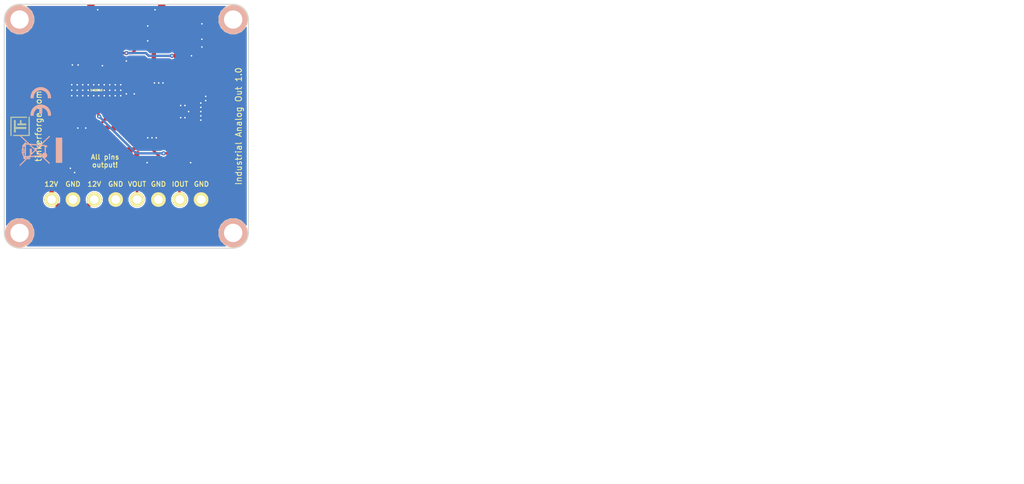
<source format=kicad_pcb>
(kicad_pcb (version 4) (host pcbnew 4.0.2+dfsg1-stable)
  (title_block (title "Industrial Analog Out") (date "Mi 01 Apr 2015") (rev 1.0) (company "Tinkerforge GmbH") (comment 1 "Copyright (©) 2015, B.Nordmeyer <bastian@tinkerforge.com>"))
  (layers (0 F.Cu signal) (31 B.Cu signal) (34 B.Paste user) (35 F.Paste user) (36 B.SilkS user) (37 F.SilkS user) (38 B.Mask user) (39 F.Mask user) (44 Edge.Cuts user))
  (net 0 "")
  (net 1 3V3)
  (net 2 GND)
  (net 3 +5V)
  (net 4 "Net-(P1-Pad4)")
  (net 5 "Net-(P1-Pad5)")
  (net 6 "Net-(P1-Pad6)")
  (net 7 "Net-(P1-Pad7)")
  (net 8 "Net-(P1-Pad8)")
  (net 9 "Net-(P1-Pad9)")
  (net 10 "Net-(P1-Pad10)")
  (net 11 +12V)
  (net 12 "Net-(D2-Pad3)")
  (net 13 "Net-(D3-Pad3)")
  (net 14 "Net-(D4-Pad1)")
  (net 15 "Net-(R4-Pad2)")
  (net 16 "Net-(R5-Pad1)")
  (net 17 "Net-(R6-Pad2)")
  (net 18 "Net-(R8-Pad2)")
  (net 19 "Net-(D1-Pad1)")
  (net 20 "Net-(R1-Pad2)")
  (net 21 "Net-(C2-Pad2)")
  (net 22 "Net-(C4-Pad1)")
  (net 23 "Net-(C4-Pad2)")
  (net 24 "Net-(C8-Pad1)")
  (net 25 "Net-(C11-Pad1)")
  (net 26 "Net-(C11-Pad2)")
  (net 27 "Net-(L4-Pad2)")
  (net 28 "Net-(U2-Pad7)")
  (net 29 "Net-(U3-Pad18)")
  (net 30 "Net-(U3-Pad20)")
  (module tinkerforge:Fiducial_Mark (layer F.Cu) (at 117.1 112.5)
    (fp_text reference Fiducial_Mark hide)
    (fp_text value VAL** hide)
    (pad 1 smd circle (at 0 0) (size 1.00076 1.00076) (layers F.Cu F.Mask) (clearance 0.65024))
  )
  (module tinkerforge:Fiducial_Mark (layer F.Cu) (at 154.1 87.5)
    (fp_text reference Fiducial_Mark hide)
    (fp_text value VAL** hide)
    (pad 1 smd circle (at 0 0) (size 1.00076 1.00076) (layers F.Cu F.Mask) (clearance 0.65024))
  )
  (module tinkerforge:Fiducial_Mark (layer F.Cu) (at 117.1 87.5)
    (fp_text reference Fiducial_Mark hide)
    (fp_text value VAL** hide)
    (pad 1 smd circle (at 0 0) (size 1.00076 1.00076) (layers F.Cu F.Mask) (clearance 0.65024))
  )
  (module logo:Logo_31x31 (layer F.Cu) (at 116.6 101.6 90)
    (fp_text reference G*** hide)
    (fp_text value Logo_31x31 hide)
  )
  (module kicad-libraries:CON-SENSOR (layer F.Cu) (at 135.6 80 180)
    (fp_text reference P1)
    (fp_text value CON-SENSOR)
    (pad 1 smd rect (at -4.50088 -4.7752 180) (size 0.59944 1.5494) (layers F.Cu F.Paste F.Mask) (net 3 +5V))
    (pad 2 smd rect (at -3.50012 -4.7752 180) (size 0.59944 1.5494) (layers F.Cu F.Paste F.Mask) (net 2 GND))
    (pad 3 smd rect (at -2.49936 -4.7752 180) (size 0.59944 1.5494) (layers F.Cu F.Paste F.Mask) (net 1 3V3))
    (pad 4 smd rect (at -1.50114 -4.7752 180) (size 0.59944 1.5494) (layers F.Cu F.Paste F.Mask) (net 4 "Net-(P1-Pad4)"))
    (pad 5 smd rect (at -0.50038 -4.7752 180) (size 0.59944 1.5494) (layers F.Cu F.Paste F.Mask) (net 5 "Net-(P1-Pad5)"))
    (pad 6 smd rect (at 0.50038 -4.7752 180) (size 0.59944 1.5494) (layers F.Cu F.Paste F.Mask) (net 6 "Net-(P1-Pad6)"))
    (pad 7 smd rect (at 1.50114 -4.7752 180) (size 0.59944 1.5494) (layers F.Cu F.Paste F.Mask) (net 7 "Net-(P1-Pad7)"))
    (pad 8 smd rect (at 2.49936 -4.7752 180) (size 0.59944 1.5494) (layers F.Cu F.Paste F.Mask) (net 8 "Net-(P1-Pad8)"))
    (pad 9 smd rect (at 3.50012 -4.7752 180) (size 0.59944 1.5494) (layers F.Cu F.Paste F.Mask) (net 9 "Net-(P1-Pad9)"))
    (pad 10 smd rect (at 4.50088 -4.7752 180) (size 0.59944 1.5494) (layers F.Cu F.Paste F.Mask) (net 10 "Net-(P1-Pad10)"))
    (pad EP smd rect (at -5.79882 -0.89916 180) (size 1.19888 1.80086) (layers F.Cu F.Paste F.Mask) (net 2 GND))
    (pad EP smd rect (at 5.79882 -0.89916 180) (size 1.19888 1.80086) (layers F.Cu F.Paste F.Mask) (net 2 GND))
  )
  (module kicad-libraries:R0603 (layer F.Cu) (at 143.4 104.45 180)
    (fp_text reference R8)
    (fp_text value 10)
    (pad 1 smd rect (at -0.8001 0 180) (size 0.8001 0.8001) (layers F.Cu F.Paste F.Mask) (net 13 "Net-(D3-Pad3)"))
    (pad 2 smd rect (at 0.8001 0 180) (size 0.8001 0.8001) (layers F.Cu F.Paste F.Mask) (net 18 "Net-(R8-Pad2)"))
  )
  (module kicad-libraries:R0603 (layer F.Cu) (at 132.3 99.5 90)
    (fp_text reference R7)
    (fp_text value 15)
    (pad 1 smd rect (at -0.8001 0 90) (size 0.8001 0.8001) (layers F.Cu F.Paste F.Mask) (net 27 "Net-(L4-Pad2)"))
    (pad 2 smd rect (at 0.8001 0 90) (size 0.8001 0.8001) (layers F.Cu F.Paste F.Mask) (net 25 "Net-(C11-Pad1)"))
  )
  (module kicad-libraries:R0603 (layer F.Cu) (at 133.6 99.5 90)
    (fp_text reference R6)
    (fp_text value 15)
    (pad 1 smd rect (at -0.8001 0 90) (size 0.8001 0.8001) (layers F.Cu F.Paste F.Mask) (net 27 "Net-(L4-Pad2)"))
    (pad 2 smd rect (at 0.8001 0 90) (size 0.8001 0.8001) (layers F.Cu F.Paste F.Mask) (net 17 "Net-(R6-Pad2)"))
  )
  (module kicad-libraries:R0603 (layer F.Cu) (at 127 99.5 270)
    (fp_text reference R5)
    (fp_text value DNP)
    (pad 1 smd rect (at -0.8001 0 270) (size 0.8001 0.8001) (layers F.Cu F.Paste F.Mask) (net 16 "Net-(R5-Pad1)"))
    (pad 2 smd rect (at 0.8001 0 270) (size 0.8001 0.8001) (layers F.Cu F.Paste F.Mask) (net 2 GND))
  )
  (module kicad-libraries:R0603 (layer F.Cu) (at 133.9 88 180)
    (fp_text reference R4)
    (fp_text value 10k)
    (pad 1 smd rect (at -0.8001 0 180) (size 0.8001 0.8001) (layers F.Cu F.Paste F.Mask) (net 1 3V3))
    (pad 2 smd rect (at 0.8001 0 180) (size 0.8001 0.8001) (layers F.Cu F.Paste F.Mask) (net 15 "Net-(R4-Pad2)"))
  )
  (module kicad-libraries:R0603 (layer F.Cu) (at 144.5 101.2)
    (fp_text reference R3)
    (fp_text value 118k)
    (pad 1 smd rect (at -0.8001 0) (size 0.8001 0.8001) (layers F.Cu F.Paste F.Mask) (net 22 "Net-(C4-Pad1)"))
    (pad 2 smd rect (at 0.8001 0) (size 0.8001 0.8001) (layers F.Cu F.Paste F.Mask) (net 23 "Net-(C4-Pad2)"))
  )
  (module kicad-libraries:R0603 (layer F.Cu) (at 147.4 99.9)
    (fp_text reference R2)
    (fp_text value 13.3k)
    (pad 1 smd rect (at -0.8001 0) (size 0.8001 0.8001) (layers F.Cu F.Paste F.Mask) (net 23 "Net-(C4-Pad2)"))
    (pad 2 smd rect (at 0.8001 0) (size 0.8001 0.8001) (layers F.Cu F.Paste F.Mask) (net 2 GND))
  )
  (module kicad-libraries:R0603 (layer F.Cu) (at 150.4 97.6 270)
    (fp_text reference R1)
    (fp_text value 1M)
    (pad 1 smd rect (at -0.8001 0 270) (size 0.8001 0.8001) (layers F.Cu F.Paste F.Mask) (net 21 "Net-(C2-Pad2)"))
    (pad 2 smd rect (at 0.8001 0 270) (size 0.8001 0.8001) (layers F.Cu F.Paste F.Mask) (net 20 "Net-(R1-Pad2)"))
  )
  (module kicad-libraries:C0603 (layer F.Cu) (at 137.3 103.7 90)
    (fp_text reference L4)
    (fp_text value FB)
    (pad 1 smd rect (at -0.8001 0 90) (size 0.8001 0.8001) (layers F.Cu F.Paste F.Mask) (net 12 "Net-(D2-Pad3)"))
    (pad 2 smd rect (at 0.8001 0 90) (size 0.8001 0.8001) (layers F.Cu F.Paste F.Mask) (net 27 "Net-(L4-Pad2)"))
  )
  (module kicad-libraries:C0603 (layer F.Cu) (at 140.6 97.6)
    (fp_text reference L3)
    (fp_text value FB)
    (pad 1 smd rect (at -0.8001 0) (size 0.8001 0.8001) (layers F.Cu F.Paste F.Mask) (net 11 +12V))
    (pad 2 smd rect (at 0.8001 0) (size 0.8001 0.8001) (layers F.Cu F.Paste F.Mask) (net 22 "Net-(C4-Pad1)"))
  )
  (module kicad-libraries:C0603 (layer F.Cu) (at 143.2 90.1 180)
    (fp_text reference L1)
    (fp_text value FB)
    (pad 1 smd rect (at -0.8001 0 180) (size 0.8001 0.8001) (layers F.Cu F.Paste F.Mask) (net 21 "Net-(C2-Pad2)"))
    (pad 2 smd rect (at 0.8001 0 180) (size 0.8001 0.8001) (layers F.Cu F.Paste F.Mask) (net 3 +5V))
  )
  (module kicad-libraries:C0603 (layer F.Cu) (at 130 99.5 90)
    (fp_text reference C11)
    (fp_text value 1nF)
    (pad 1 smd rect (at -0.8001 0 90) (size 0.8001 0.8001) (layers F.Cu F.Paste F.Mask) (net 25 "Net-(C11-Pad1)"))
    (pad 2 smd rect (at 0.8001 0 90) (size 0.8001 0.8001) (layers F.Cu F.Paste F.Mask) (net 26 "Net-(C11-Pad2)"))
  )
  (module kicad-libraries:C0603 (layer F.Cu) (at 135.6 96.3 270)
    (fp_text reference C10)
    (fp_text value 100pF)
    (pad 1 smd rect (at -0.8001 0 270) (size 0.8001 0.8001) (layers F.Cu F.Paste F.Mask) (net 2 GND))
    (pad 2 smd rect (at 0.8001 0 270) (size 0.8001 0.8001) (layers F.Cu F.Paste F.Mask) (net 11 +12V))
  )
  (module kicad-libraries:C0603 (layer F.Cu) (at 136.9 96.3 270)
    (fp_text reference C9)
    (fp_text value 100nF)
    (pad 1 smd rect (at -0.8001 0 270) (size 0.8001 0.8001) (layers F.Cu F.Paste F.Mask) (net 2 GND))
    (pad 2 smd rect (at 0.8001 0 270) (size 0.8001 0.8001) (layers F.Cu F.Paste F.Mask) (net 11 +12V))
  )
  (module kicad-libraries:C0603 (layer F.Cu) (at 128.3 99.5 270)
    (fp_text reference C8)
    (fp_text value 100nF)
    (pad 1 smd rect (at -0.8001 0 270) (size 0.8001 0.8001) (layers F.Cu F.Paste F.Mask) (net 24 "Net-(C8-Pad1)"))
    (pad 2 smd rect (at 0.8001 0 270) (size 0.8001 0.8001) (layers F.Cu F.Paste F.Mask) (net 2 GND))
  )
  (module kicad-libraries:C0805 (layer F.Cu) (at 139.8 100.1 90)
    (fp_text reference C7)
    (fp_text value 4.7µF)
    (pad 1 smd rect (at -1.00076 0 90) (size 1.00076 1.24968) (layers F.Cu F.Paste F.Mask) (net 2 GND) (clearance 0.14986))
    (pad 2 smd rect (at 1.00076 0 90) (size 1.00076 1.24968) (layers F.Cu F.Paste F.Mask) (net 11 +12V) (clearance 0.14986))
  )
  (module kicad-libraries:C0603 (layer F.Cu) (at 133.9 89.3)
    (fp_text reference C6)
    (fp_text value 100nF)
    (pad 1 smd rect (at -0.8001 0) (size 0.8001 0.8001) (layers F.Cu F.Paste F.Mask) (net 1 3V3))
    (pad 2 smd rect (at 0.8001 0) (size 0.8001 0.8001) (layers F.Cu F.Paste F.Mask) (net 2 GND))
  )
  (module kicad-libraries:C0805 (layer F.Cu) (at 143.9 97.6 180)
    (fp_text reference C5)
    (fp_text value 4.7µF)
    (pad 1 smd rect (at -1.00076 0 180) (size 1.00076 1.24968) (layers F.Cu F.Paste F.Mask) (net 2 GND) (clearance 0.14986))
    (pad 2 smd rect (at 1.00076 0 180) (size 1.00076 1.24968) (layers F.Cu F.Paste F.Mask) (net 22 "Net-(C4-Pad1)") (clearance 0.14986))
  )
  (module kicad-libraries:C0603 (layer F.Cu) (at 144.5 99.9)
    (fp_text reference C4)
    (fp_text value 270pF)
    (pad 1 smd rect (at -0.8001 0) (size 0.8001 0.8001) (layers F.Cu F.Paste F.Mask) (net 22 "Net-(C4-Pad1)"))
    (pad 2 smd rect (at 0.8001 0) (size 0.8001 0.8001) (layers F.Cu F.Paste F.Mask) (net 23 "Net-(C4-Pad2)"))
  )
  (module kicad-libraries:C0603 (layer F.Cu) (at 144.6 88.4)
    (fp_text reference C3)
    (fp_text value 100nF)
    (pad 1 smd rect (at -0.8001 0) (size 0.8001 0.8001) (layers F.Cu F.Paste F.Mask) (net 1 3V3))
    (pad 2 smd rect (at 0.8001 0) (size 0.8001 0.8001) (layers F.Cu F.Paste F.Mask) (net 2 GND))
  )
  (module kicad-libraries:C0805 (layer F.Cu) (at 148.8 95.1)
    (fp_text reference C2)
    (fp_text value 4.7µF)
    (pad 1 smd rect (at -1.00076 0) (size 1.00076 1.24968) (layers F.Cu F.Paste F.Mask) (net 2 GND) (clearance 0.14986))
    (pad 2 smd rect (at 1.00076 0) (size 1.00076 1.24968) (layers F.Cu F.Paste F.Mask) (net 21 "Net-(C2-Pad2)") (clearance 0.14986))
  )
  (module kicad-libraries:C0805 (layer F.Cu) (at 140.9 91.1 90)
    (fp_text reference C1)
    (fp_text value 4.7µF)
    (pad 1 smd rect (at -1.00076 0 90) (size 1.00076 1.24968) (layers F.Cu F.Paste F.Mask) (net 2 GND) (clearance 0.14986))
    (pad 2 smd rect (at 1.00076 0 90) (size 1.00076 1.24968) (layers F.Cu F.Paste F.Mask) (net 3 +5V) (clearance 0.14986))
  )
  (module kicad-libraries:SOT23-5 (layer F.Cu) (at 147.8 97.6 270)
    (fp_text reference U1)
    (fp_text value LMR62014X)
    (pad 1 smd rect (at -0.94996 1.19888 270) (size 0.50038 0.8001) (layers F.Cu F.Paste F.Mask) (net 19 "Net-(D1-Pad1)"))
    (pad 2 smd rect (at 0 1.19888 270) (size 0.50038 0.8001) (layers F.Cu F.Paste F.Mask) (net 2 GND))
    (pad 3 smd rect (at 0.94996 1.19888 270) (size 0.50038 0.8001) (layers F.Cu F.Paste F.Mask) (net 23 "Net-(C4-Pad2)"))
    (pad 5 smd rect (at -0.94996 -1.19888 270) (size 0.50038 0.8001) (layers F.Cu F.Paste F.Mask) (net 21 "Net-(C2-Pad2)"))
    (pad 4 smd rect (at 0.94996 -1.19888 270) (size 0.50038 0.8001) (layers F.Cu F.Paste F.Mask) (net 20 "Net-(R1-Pad2)"))
  )
  (module kicad-libraries:CE_5mm (layer B.Cu) (at 121.575 95.975 270)
    (fp_text reference VAL hide)
    (fp_text value CE_5mm hide)
  )
  (module kicad-libraries:WEEE_7mm_back (layer B.Cu) (at 121.575 103.975 90)
    (fp_text reference VAL hide)
    (fp_text value WEEE_7mm_back hide)
  )
  (module kicad-libraries:DRILL_NP (layer F.Cu) (at 118.1 82.5)
    (fp_text reference U7 hide)
    (fp_text value DRILL hide)
    (pad "" np_thru_hole circle (at 0 0) (size 2.99974 2.99974) (drill 2.99974) (layers *.Cu *.Mask F.SilkS) (clearance 0.89916))
  )
  (module kicad-libraries:DRILL_NP (layer F.Cu) (at 153.1 82.5)
    (fp_text reference U6 hide)
    (fp_text value DRILL hide)
    (pad "" np_thru_hole circle (at 0 0) (size 2.99974 2.99974) (drill 2.99974) (layers *.Cu *.Mask F.SilkS) (clearance 0.89916))
  )
  (module kicad-libraries:DRILL_NP (layer F.Cu) (at 153.1 117.5)
    (fp_text reference U5 hide)
    (fp_text value DRILL hide)
    (pad "" np_thru_hole circle (at 0 0) (size 2.99974 2.99974) (drill 2.99974) (layers *.Cu *.Mask F.SilkS) (clearance 0.89916))
  )
  (module kicad-libraries:DRILL_NP (layer F.Cu) (at 118.1 117.5)
    (fp_text reference U4 hide)
    (fp_text value DRILL hide)
    (pad "" np_thru_hole circle (at 0 0) (size 2.99974 2.99974) (drill 2.99974) (layers *.Cu *.Mask F.SilkS) (clearance 0.89916))
  )
  (module kicad-libraries:SOIC8 (layer F.Cu) (at 146.5 85.1 90)
    (fp_text reference U2)
    (fp_text value M24C64)
    (pad 1 smd rect (at -1.90246 2.69748 270) (size 0.59944 1.5494) (layers F.Cu F.Paste F.Mask) (net 2 GND))
    (pad 2 smd rect (at -0.63246 2.69748 270) (size 0.59944 1.5494) (layers F.Cu F.Paste F.Mask) (net 2 GND))
    (pad 3 smd rect (at 0.63246 2.69748 270) (size 0.59944 1.5494) (layers F.Cu F.Paste F.Mask) (net 6 "Net-(P1-Pad6)"))
    (pad 4 smd rect (at 1.90246 2.69748 270) (size 0.59944 1.5494) (layers F.Cu F.Paste F.Mask) (net 2 GND))
    (pad 5 smd rect (at 1.90246 -2.69748 90) (size 0.59944 1.5494) (layers F.Cu F.Paste F.Mask) (net 5 "Net-(P1-Pad5)"))
    (pad 6 smd rect (at 0.63246 -2.69748 90) (size 0.59944 1.5494) (layers F.Cu F.Paste F.Mask) (net 4 "Net-(P1-Pad4)"))
    (pad 7 smd rect (at -0.63246 -2.69748 90) (size 0.59944 1.5494) (layers F.Cu F.Paste F.Mask) (net 28 "Net-(U2-Pad7)"))
    (pad 8 smd rect (at -1.90246 -2.69748 90) (size 0.59944 1.5494) (layers F.Cu F.Paste F.Mask) (net 1 3V3))
  )
  (module kicad-libraries:OQ_8P (layer F.Cu) (at 135.6 112.025)
    (fp_text reference P2)
    (fp_text value CONN_8)
    (pad 2 thru_hole circle (at -8.7503 0) (size 2.4003 2.4003) (drill 1.39954) (layers *.Cu *.Mask F.SilkS) (net 2 GND))
    (pad 3 thru_hole circle (at -5.25018 0) (size 2.4003 2.4003) (drill 1.39954) (layers *.Cu *.Mask F.SilkS) (net 14 "Net-(D4-Pad1)"))
    (pad 4 thru_hole circle (at -1.75006 0) (size 2.4003 2.4003) (drill 1.39954) (layers *.Cu *.Mask F.SilkS) (net 2 GND))
    (pad 1 thru_hole circle (at -12.25042 0) (size 2.4003 2.4003) (drill 1.39954) (layers *.Cu *.Mask F.SilkS) (net 14 "Net-(D4-Pad1)"))
    (pad 5 thru_hole circle (at 1.75006 0) (size 2.4003 2.4003) (drill 1.39954) (layers *.Cu *.Mask F.SilkS) (net 12 "Net-(D2-Pad3)"))
    (pad 6 thru_hole circle (at 5.25018 0) (size 2.4003 2.4003) (drill 1.39954) (layers *.Cu *.Mask F.SilkS) (net 2 GND))
    (pad 7 thru_hole circle (at 8.7503 0) (size 2.4003 2.4003) (drill 1.39954) (layers *.Cu *.Mask F.SilkS) (net 13 "Net-(D3-Pad3)"))
    (pad 8 thru_hole circle (at 12.25042 0) (size 2.4003 2.4003) (drill 1.39954) (layers *.Cu *.Mask F.SilkS) (net 2 GND))
  )
  (module kicad-libraries:SOD-323 (layer F.Cu) (at 125.1 107.6)
    (fp_text reference D4)
    (fp_text value CDSOD323-T15SC)
    (pad 1 smd rect (at -1.3208 0) (size 0.762 0.6858) (layers F.Cu F.Paste F.Mask) (net 14 "Net-(D4-Pad1)"))
    (pad 2 smd rect (at 1.3208 0) (size 0.762 0.6858) (layers F.Cu F.Paste F.Mask) (net 2 GND))
  )
  (module kicad-libraries:SOD-123 (layer F.Cu) (at 144.3 95 180)
    (fp_text reference D1)
    (fp_text value B0520LW)
    (pad 1 smd rect (at -1.84912 0 180) (size 1.19888 0.70104) (layers F.Cu F.Paste F.Mask) (net 19 "Net-(D1-Pad1)") (clearance 0.14986))
    (pad 2 smd rect (at 1.84912 0 180) (size 1.19888 0.70104) (layers F.Cu F.Paste F.Mask) (net 22 "Net-(C4-Pad1)") (clearance 0.14986))
  )
  (module kicad-libraries:SOT23-3 (layer F.Cu) (at 137.3 107)
    (fp_text reference D2)
    (fp_text value DESD1P0RFW)
    (pad 1 smd rect (at 0.889 -1.016) (size 0.9144 0.9144) (layers F.Cu F.Paste F.Mask) (net 2 GND))
    (pad 2 smd rect (at -0.889 -1.016) (size 0.9144 0.9144) (layers F.Cu F.Paste F.Mask) (net 11 +12V))
    (pad 3 smd rect (at 0 1.00076) (size 0.9144 0.9144) (layers F.Cu F.Paste F.Mask) (net 12 "Net-(D2-Pad3)"))
  )
  (module kicad-libraries:SOT23-3 (layer F.Cu) (at 144.3 107)
    (fp_text reference D3)
    (fp_text value DESD1P0RFW)
    (pad 1 smd rect (at 0.889 -1.016) (size 0.9144 0.9144) (layers F.Cu F.Paste F.Mask) (net 2 GND))
    (pad 2 smd rect (at -0.889 -1.016) (size 0.9144 0.9144) (layers F.Cu F.Paste F.Mask) (net 11 +12V))
    (pad 3 smd rect (at 0 1.00076) (size 0.9144 0.9144) (layers F.Cu F.Paste F.Mask) (net 13 "Net-(D3-Pad3)"))
  )
  (module kicad-libraries:C1206 (layer F.Cu) (at 125.275 105.025 180)
    (fp_text reference F1)
    (fp_text value OZCJ0035FF2G)
    (pad 1 smd rect (at -1.50114 0 180) (size 1.00076 1.6002) (layers F.Cu F.Paste F.Mask) (net 11 +12V))
    (pad 2 smd rect (at 1.50114 0 180) (size 1.00076 1.6002) (layers F.Cu F.Paste F.Mask) (net 14 "Net-(D4-Pad1)"))
  )
  (module kicad-libraries:TSSOP24-44-PWR (layer F.Cu) (at 130.7 94.1 180)
    (fp_text reference U3 (at 0 0 180) (layer F.SilkS) (effects (font (size 0.29972 0.29972) (thickness 0.0762))))
    (fp_text value DACX760 (at 0 0 180) (layer F.SilkS) (effects (font (size 0.29972 0.29972) (thickness 0.07493))))
    (pad 1 smd rect (at -3.57378 2.92354) (size 0.39878 1.34874) (layers F.Cu F.Paste F.Mask) (net 2 GND))
    (pad 2 smd rect (at -2.92354 2.92354) (size 0.39878 1.34874) (layers F.Cu F.Paste F.Mask) (net 1 3V3))
    (pad 3 smd rect (at -2.2733 2.92354) (size 0.39878 1.34874) (layers F.Cu F.Paste F.Mask) (net 15 "Net-(R4-Pad2)"))
    (pad 4 smd rect (at -1.62306 2.92354) (size 0.39878 1.34874) (layers F.Cu F.Paste F.Mask) (net 2 GND))
    (pad 5 smd rect (at -0.97282 2.92354) (size 0.39878 1.34874) (layers F.Cu F.Paste F.Mask) (net 2 GND))
    (pad 6 smd rect (at -0.32258 2.92354) (size 0.39878 1.34874) (layers F.Cu F.Paste F.Mask) (net 2 GND))
    (pad 7 smd rect (at 0.32258 2.92354) (size 0.39878 1.34874) (layers F.Cu F.Paste F.Mask) (net 7 "Net-(P1-Pad7)"))
    (pad 8 smd rect (at 0.97282 2.92354) (size 0.39878 1.34874) (layers F.Cu F.Paste F.Mask) (net 8 "Net-(P1-Pad8)"))
    (pad 9 smd rect (at 1.62306 2.92354) (size 0.39878 1.34874) (layers F.Cu F.Paste F.Mask) (net 9 "Net-(P1-Pad9)"))
    (pad 10 smd rect (at 2.2733 2.92354) (size 0.39878 1.34874) (layers F.Cu F.Paste F.Mask) (net 10 "Net-(P1-Pad10)"))
    (pad 11 smd rect (at 2.92354 2.92354) (size 0.39878 1.34874) (layers F.Cu F.Paste F.Mask) (net 2 GND))
    (pad 12 smd rect (at 3.57378 2.92354) (size 0.39878 1.34874) (layers F.Cu F.Paste F.Mask) (net 2 GND))
    (pad 13 smd rect (at 3.57378 -2.92354 180) (size 0.39878 1.34874) (layers F.Cu F.Paste F.Mask) (net 16 "Net-(R5-Pad1)"))
    (pad 14 smd rect (at 2.92354 -2.92354 180) (size 0.39878 1.34874) (layers F.Cu F.Paste F.Mask) (net 24 "Net-(C8-Pad1)"))
    (pad 15 smd rect (at 2.2733 -2.92354 180) (size 0.39878 1.34874) (layers F.Cu F.Paste F.Mask) (net 24 "Net-(C8-Pad1)"))
    (pad 16 smd rect (at 1.62306 -2.92354 180) (size 0.39878 1.34874) (layers F.Cu F.Paste F.Mask) (net 2 GND))
    (pad 17 smd rect (at 0.97282 -2.92354 180) (size 0.39878 1.34874) (layers F.Cu F.Paste F.Mask) (net 26 "Net-(C11-Pad2)"))
    (pad 18 smd rect (at 0.32258 -2.92354 180) (size 0.39878 1.34874) (layers F.Cu F.Paste F.Mask) (net 29 "Net-(U3-Pad18)"))
    (pad 19 smd rect (at -0.32258 -2.92354 180) (size 0.39878 1.34874) (layers F.Cu F.Paste F.Mask) (net 18 "Net-(R8-Pad2)"))
    (pad 20 smd rect (at -0.97282 -2.92354 180) (size 0.39878 1.34874) (layers F.Cu F.Paste F.Mask) (net 30 "Net-(U3-Pad20)"))
    (pad 21 smd rect (at -1.62306 -2.92354 180) (size 0.39878 1.34874) (layers F.Cu F.Paste F.Mask) (net 25 "Net-(C11-Pad1)"))
    (pad 22 smd rect (at -2.2733 -2.92354 180) (size 0.39878 1.34874) (layers F.Cu F.Paste F.Mask) (net 17 "Net-(R6-Pad2)"))
    (pad 23 smd rect (at -2.92354 -2.92354 180) (size 0.39878 1.34874) (layers F.Cu F.Paste F.Mask) (net 2 GND))
    (pad 24 smd rect (at -3.57378 -2.92354 180) (size 0.39878 1.34874) (layers F.Cu F.Paste F.Mask) (net 11 +12V))
    (pad 1 smd rect (at 0 0 180) (size 5.26 3.2) (layers F.Cu F.Paste F.Mask) (net 2 GND))
  )
  (module kicad-libraries:NR3030 (layer F.Cu) (at 147.8 92.5)
    (fp_text reference L2)
    (fp_text value 10µH)
    (pad 1 smd rect (at -1.19982 0) (size 1 2.70002) (layers F.Cu F.Paste F.Mask) (net 19 "Net-(D1-Pad1)") (clearance 0.14986))
    (pad 2 smd rect (at 1.19982 0) (size 1 2.70002) (layers F.Cu F.Paste F.Mask) (net 21 "Net-(C2-Pad2)") (clearance 0.14986))
  )
  (gr_text "All pins\noutput!" (at 132.1 105.7) (layer F.SilkS) (effects (font (size 0.8 0.8))))
  (gr_text "Industrial Analog Out 1.0" (at 154 100 90) (layer F.SilkS) (effects (font (size 1 1))))
  (gr_text tinkerforge.com (at 121.2 100 90) (layer F.SilkS) (effects (font (size 1 1))))
  (gr_text VOUT (at 137.35 109.5) (layer F.SilkS) (effects (font (size 0.8 0.8))))
  (gr_text GND (at 133.85 109.5) (layer F.SilkS) (effects (font (size 0.8 0.8))))
  (gr_text IOUT (at 144.4 109.5) (layer F.SilkS) (effects (font (size 0.8 0.8))))
  (gr_text GND (at 147.9 109.5) (layer F.SilkS) (effects (font (size 0.8 0.8))))
  (gr_text GND (at 140.85 109.5) (layer F.SilkS) (effects (font (size 0.8 0.8))))
  (gr_text 12V (at 130.35 109.5) (layer F.SilkS) (effects (font (size 0.8 0.8))))
  (gr_text GND (at 126.85 109.5) (layer F.SilkS) (effects (font (size 0.8 0.8))))
  (gr_text 12V (at 123.3 109.5) (layer F.SilkS) (effects (font (size 0.8 0.8))))
  (gr_line (start 155.6 117.5) (end 155.6 82.5) (angle 90) (layer Edge.Cuts) (width 0.15))
  (gr_line (start 118.1 120) (end 153.1 120) (angle 90) (layer Edge.Cuts) (width 0.15))
  (gr_line (start 115.6 82.5) (end 115.6 117.5) (angle 90) (layer Edge.Cuts) (width 0.15))
  (gr_line (start 153.1 80) (end 118.1 80) (angle 90) (layer Edge.Cuts) (width 0.15))
  (gr_arc (start 153.1 82.5) (end 153.1 80) (angle 90) (layer Edge.Cuts) (width 0.15))
  (gr_arc (start 118.1 82.5) (end 115.6 82.5) (angle 90) (layer Edge.Cuts) (width 0.15))
  (gr_arc (start 118.1 117.5) (end 118.1 120) (angle 90) (layer Edge.Cuts) (width 0.15))
  (gr_arc (start 153.1 117.5) (end 155.6 117.5) (angle 90) (layer Edge.Cuts) (width 0.15))
  (segment (start 133.62354 89.82364) (end 133.0999 89.3) (width 0.4) (layer F.Cu) (net 1))
  (segment (start 133.35 89.3) (end 133.0999 89.3) (width 0.4) (layer F.Cu) (net 1))
  (segment (start 134.65 88) (end 133.35 89.3) (width 0.4) (layer F.Cu) (net 1))
  (segment (start 143.8249 88.45) (end 143.075 88.45) (width 0.4) (layer F.Cu) (net 1))
  (segment (start 143.8249 88.45) (end 143.8249 87.02484) (width 0.4) (layer F.Cu) (net 1))
  (via (at 143.075 88.45) (size 0.7) (layers F.Cu B.Cu) (net 1))
  (segment (start 143.075 88.45) (end 139.25 88.45) (width 0.4) (layer B.Cu) (net 1))
  (segment (start 133.62354 91.17646) (end 133.62354 89.82364) (width 0.4) (layer F.Cu) (net 1))
  (segment (start 134.7001 88) (end 134.65 88) (width 0.4) (layer F.Cu) (net 1))
  (segment (start 135.6 88) (end 134.7001 88) (width 0.4) (layer F.Cu) (net 1))
  (segment (start 136.55 88) (end 135.6 88) (width 0.4) (layer F.Cu) (net 1))
  (segment (start 138.09936 86.45064) (end 136.55 88) (width 0.4) (layer F.Cu) (net 1))
  (segment (start 138.09936 84.7752) (end 138.09936 86.45064) (width 0.4) (layer F.Cu) (net 1))
  (segment (start 143.8249 87.02484) (end 143.80252 87.00246) (width 0.4) (layer F.Cu) (net 1))
  (segment (start 139.25 88.45) (end 138.8 88) (width 0.4) (layer B.Cu) (net 1))
  (segment (start 138.8 88) (end 135.6 88) (width 0.4) (layer B.Cu) (net 1))
  (via (at 135.6 88) (size 0.7) (layers F.Cu B.Cu) (net 1))
  (segment (start 136.9 94.7) (end 136.9 95.4999) (width 0.4) (layer F.Cu) (net 2))
  (segment (start 128.9499 100.3001) (end 128.3 100.3001) (width 0.4) (layer F.Cu) (net 2))
  (segment (start 128.3 100.3001) (end 127.6501 100.3001) (width 0.4) (layer F.Cu) (net 2))
  (segment (start 134.27378 89.72632) (end 134.7001 89.3) (width 0.4) (layer F.Cu) (net 2))
  (segment (start 134.7001 89.3) (end 135.6 89.3) (width 0.4) (layer F.Cu) (net 2))
  (segment (start 145.4251 88.45) (end 146.275 88.45) (width 0.4) (layer F.Cu) (net 2))
  (via (at 135.6 89.3) (size 0.7) (layers F.Cu B.Cu) (net 2))
  (segment (start 135.6 89.3) (end 132.45 89.3) (width 0.254) (layer B.Cu) (net 2))
  (segment (start 133.62354 96.07646) (end 134.2001 95.4999) (width 0.4) (layer F.Cu) (net 2))
  (segment (start 134.2001 95.4999) (end 135.6 95.4999) (width 0.4) (layer F.Cu) (net 2))
  (segment (start 135.6 95.4999) (end 136.9 95.4999) (width 0.4) (layer F.Cu) (net 2))
  (via (at 136.9 94.7) (size 0.7) (layers F.Cu B.Cu) (net 2))
  (segment (start 136.4 94.7) (end 136.9 94.7) (width 0.254) (layer B.Cu) (net 2))
  (segment (start 139.1 82.1) (end 140.3 80.9) (width 0.254) (layer B.Cu) (net 2))
  (segment (start 130.9 80.9) (end 140.3 80.9) (width 0.254) (layer B.Cu) (net 2))
  (via (at 126.75 89.95) (size 0.7) (layers F.Cu B.Cu) (net 2))
  (segment (start 127.7 89.95) (end 126.75 89.95) (width 0.254) (layer B.Cu) (net 2))
  (segment (start 131.675 81.675) (end 130.9 80.9) (width 0.254) (layer B.Cu) (net 2))
  (segment (start 131.675 89.975) (end 136.4 94.7) (width 0.254) (layer B.Cu) (net 2))
  (segment (start 131.675 90.075) (end 131.675 89.975) (width 0.254) (layer B.Cu) (net 2))
  (segment (start 127.825 90.075) (end 127.7 89.95) (width 0.254) (layer B.Cu) (net 2))
  (segment (start 131.675 90.075) (end 127.825 90.075) (width 0.254) (layer B.Cu) (net 2))
  (segment (start 132.45 89.3) (end 131.675 90.075) (width 0.254) (layer B.Cu) (net 2))
  (segment (start 131.675 90.075) (end 131.675 81.675) (width 0.254) (layer B.Cu) (net 2))
  (segment (start 130.9 80.9) (end 130.89916 80.89916) (width 0.254) (layer F.Cu) (net 2))
  (via (at 140.3 80.9) (size 0.7) (layers F.Cu B.Cu) (net 2))
  (via (at 139.1 83.55) (size 0.7) (layers F.Cu B.Cu) (net 2))
  (segment (start 139.10012 83.55012) (end 139.1 83.55) (width 0.7) (layer F.Cu) (net 2))
  (segment (start 139.1 83.55) (end 139.1 82.1) (width 0.254) (layer B.Cu) (net 2))
  (segment (start 127.12622 90.32622) (end 126.75 89.95) (width 0.4) (layer F.Cu) (net 2))
  (via (at 130.9 80.9) (size 0.7) (layers F.Cu B.Cu) (net 2))
  (segment (start 131.67282 90.07718) (end 131.675 90.075) (width 0.4) (layer F.Cu) (net 2))
  (via (at 131.675 90.075) (size 0.7) (layers F.Cu B.Cu) (net 2))
  (via (at 127.7 89.95) (size 0.7) (layers F.Cu B.Cu) (net 2))
  (segment (start 133.62354 97.02354) (end 133.62354 96.07646) (width 0.4) (layer F.Cu) (net 2))
  (segment (start 134.27378 91.17646) (end 134.27378 89.72632) (width 0.4) (layer F.Cu) (net 2))
  (segment (start 131.67282 91.17646) (end 131.67282 90.07718) (width 0.4) (layer F.Cu) (net 2))
  (segment (start 132.32306 90.72306) (end 131.675 90.075) (width 0.4) (layer F.Cu) (net 2))
  (segment (start 132.32306 91.17646) (end 132.32306 90.72306) (width 0.4) (layer F.Cu) (net 2))
  (segment (start 131.02258 90.72742) (end 131.675 90.075) (width 0.4) (layer F.Cu) (net 2))
  (segment (start 131.02258 91.17646) (end 131.02258 90.72742) (width 0.4) (layer F.Cu) (net 2))
  (segment (start 129.07694 100.17306) (end 128.95 100.3) (width 0.4) (layer F.Cu) (net 2))
  (via (at 128.95 100.3) (size 0.7) (layers F.Cu B.Cu) (net 2))
  (segment (start 128.9499 100.3001) (end 128.95 100.3) (width 0.4) (layer F.Cu) (net 2))
  (segment (start 129.07694 97.02354) (end 129.07694 100.17306) (width 0.4) (layer F.Cu) (net 2))
  (segment (start 127.6499 100.3001) (end 127 100.3001) (width 0.4) (layer F.Cu) (net 2))
  (segment (start 127.6499 100.3001) (end 127.65 100.3) (width 0.4) (layer F.Cu) (net 2))
  (segment (start 127.6501 100.3001) (end 127.65 100.3) (width 0.4) (layer F.Cu) (net 2))
  (segment (start 140.85018 109.80018) (end 138.189 107.139) (width 0.7) (layer F.Cu) (net 2))
  (segment (start 138.189 107.139) (end 138.189 105.984) (width 0.7) (layer F.Cu) (net 2))
  (segment (start 140.85018 112.025) (end 140.85018 109.80018) (width 0.7) (layer F.Cu) (net 2))
  (segment (start 145.725 106.52) (end 145.189 105.984) (width 0.7) (layer F.Cu) (net 2))
  (segment (start 145.725 108.475) (end 145.725 106.52) (width 0.7) (layer F.Cu) (net 2))
  (segment (start 147.85042 110.60042) (end 145.725 108.475) (width 0.7) (layer F.Cu) (net 2))
  (segment (start 147.85042 112.025) (end 147.85042 110.60042) (width 0.7) (layer F.Cu) (net 2))
  (segment (start 126.4208 108.5208) (end 126.4208 107.6) (width 0.7) (layer F.Cu) (net 2))
  (segment (start 127.225 109.325) (end 126.4208 108.5208) (width 0.7) (layer F.Cu) (net 2))
  (segment (start 131.55 109.325) (end 127.225 109.325) (width 0.7) (layer F.Cu) (net 2))
  (segment (start 133.84994 111.62494) (end 131.55 109.325) (width 0.7) (layer F.Cu) (net 2))
  (segment (start 133.84994 112.025) (end 133.84994 111.62494) (width 0.7) (layer F.Cu) (net 2))
  (segment (start 126.8497 108.9497) (end 126.4208 108.5208) (width 0.7) (layer F.Cu) (net 2))
  (segment (start 126.8497 112.025) (end 126.8497 108.9497) (width 0.7) (layer F.Cu) (net 2))
  (via (at 127.125 107.6) (size 0.7) (layers F.Cu B.Cu) (net 2))
  (segment (start 126.4208 107.6) (end 127.125 107.6) (width 0.7) (layer F.Cu) (net 2))
  (via (at 126.425 106.9) (size 0.7) (layers F.Cu B.Cu) (net 2))
  (segment (start 126.4208 107.6) (end 126.4208 106.9042) (width 0.7) (layer F.Cu) (net 2))
  (segment (start 126.4208 106.9042) (end 126.425 106.9) (width 0.7) (layer F.Cu) (net 2))
  (via (at 127.65 100.3) (size 0.7) (layers F.Cu B.Cu) (net 2))
  (segment (start 126.425 101.525) (end 127.65 100.3) (width 0.254) (layer B.Cu) (net 2))
  (segment (start 126.425 106.9) (end 126.425 101.525) (width 0.254) (layer B.Cu) (net 2))
  (segment (start 127.35 105.975) (end 126.425 106.9) (width 0.254) (layer B.Cu) (net 2))
  (segment (start 138.189 105.984) (end 138.991 105.984) (width 0.7) (layer F.Cu) (net 2))
  (via (at 139 105.975) (size 0.7) (layers F.Cu B.Cu) (net 2))
  (segment (start 138.991 105.984) (end 139 105.975) (width 0.7) (layer F.Cu) (net 2))
  (segment (start 139 105.975) (end 127.35 105.975) (width 0.254) (layer B.Cu) (net 2))
  (segment (start 146.116 105.984) (end 145.189 105.984) (width 0.7) (layer F.Cu) (net 2))
  (via (at 146.125 105.975) (size 0.7) (layers F.Cu B.Cu) (net 2))
  (segment (start 146.116 105.984) (end 146.125 105.975) (width 0.7) (layer F.Cu) (net 2))
  (segment (start 139 105.975) (end 146.125 105.975) (width 0.254) (layer B.Cu) (net 2))
  (segment (start 127.77646 90.02646) (end 127.77646 91.17646) (width 0.4) (layer F.Cu) (net 2))
  (segment (start 127.12622 90.32622) (end 127.12622 91.17646) (width 0.4) (layer F.Cu) (net 2))
  (segment (start 139.10012 85.99988) (end 139.1 86) (width 0.7) (layer F.Cu) (net 2))
  (via (at 139.1 86) (size 0.7) (layers F.Cu B.Cu) (net 2))
  (segment (start 139.10012 84.7752) (end 139.10012 85.99988) (width 0.7) (layer F.Cu) (net 2))
  (segment (start 131.02258 93.77742) (end 130.7 94.1) (width 0.4) (layer F.Cu) (net 2))
  (segment (start 131.02258 91.17646) (end 131.02258 93.77742) (width 0.4) (layer F.Cu) (net 2))
  (segment (start 131.67282 93.12718) (end 130.7 94.1) (width 0.4) (layer F.Cu) (net 2))
  (segment (start 131.67282 91.17646) (end 131.67282 93.12718) (width 0.4) (layer F.Cu) (net 2))
  (segment (start 129.025 94.1) (end 130.7 94.1) (width 0.4) (layer F.Cu) (net 2))
  (segment (start 127.77646 92.85146) (end 129.025 94.1) (width 0.4) (layer F.Cu) (net 2))
  (segment (start 127.77646 91.17646) (end 127.77646 92.85146) (width 0.4) (layer F.Cu) (net 2))
  (segment (start 128.7 94.1) (end 130.7 94.1) (width 0.4) (layer F.Cu) (net 2))
  (segment (start 127.12622 92.52622) (end 128.7 94.1) (width 0.4) (layer F.Cu) (net 2))
  (segment (start 127.12622 91.17646) (end 127.12622 92.52622) (width 0.4) (layer F.Cu) (net 2))
  (segment (start 132 94.1) (end 130.7 94.1) (width 0.4) (layer F.Cu) (net 2))
  (segment (start 133.62354 95.72354) (end 132 94.1) (width 0.4) (layer F.Cu) (net 2))
  (segment (start 133.62354 97.02354) (end 133.62354 95.72354) (width 0.4) (layer F.Cu) (net 2))
  (segment (start 132.32306 92.47694) (end 130.7 94.1) (width 0.4) (layer F.Cu) (net 2))
  (segment (start 132.32306 91.17646) (end 132.32306 92.47694) (width 0.4) (layer F.Cu) (net 2))
  (segment (start 127.55 94.1) (end 130.7 94.1) (width 0.7) (layer F.Cu) (net 2))
  (segment (start 133.775 94.1) (end 130.7 94.1) (width 0.7) (layer F.Cu) (net 2))
  (via (at 134.675 94.1) (size 0.7) (layers F.Cu B.Cu) (net 2))
  (segment (start 133.775 94.1) (end 134.675 94.1) (width 0.7) (layer F.Cu) (net 2))
  (via (at 134.675 93.2) (size 0.7) (layers F.Cu B.Cu) (net 2))
  (segment (start 133.775 93.2) (end 133.775 94.1) (width 0.7) (layer F.Cu) (net 2))
  (segment (start 134.675 93.2) (end 133.775 93.2) (width 0.7) (layer F.Cu) (net 2))
  (via (at 134.675 95) (size 0.7) (layers F.Cu B.Cu) (net 2))
  (segment (start 133.775 95) (end 133.775 94.1) (width 0.7) (layer F.Cu) (net 2))
  (segment (start 134.675 95) (end 133.775 95) (width 0.7) (layer F.Cu) (net 2))
  (via (at 126.65 94.1) (size 0.7) (layers F.Cu B.Cu) (net 2))
  (segment (start 127.55 94.1) (end 126.65 94.1) (width 0.7) (layer F.Cu) (net 2))
  (via (at 126.65 93.2) (size 0.7) (layers F.Cu B.Cu) (net 2))
  (segment (start 127.55 93.2) (end 127.55 94.1) (width 0.7) (layer F.Cu) (net 2))
  (via (at 127.55 93.2) (size 0.7) (layers F.Cu B.Cu) (net 2))
  (segment (start 126.65 93.2) (end 127.55 93.2) (width 0.7) (layer F.Cu) (net 2))
  (via (at 126.65 95) (size 0.7) (layers F.Cu B.Cu) (net 2))
  (segment (start 127.55 95) (end 127.55 94.1) (width 0.7) (layer F.Cu) (net 2))
  (segment (start 126.65 95) (end 127.55 95) (width 0.7) (layer F.Cu) (net 2))
  (via (at 128.45 94.1) (size 0.7) (layers F.Cu B.Cu) (net 2))
  (via (at 127.55 94.1) (size 0.7) (layers F.Cu B.Cu) (net 2))
  (segment (start 127.55 94.1) (end 128.45 94.1) (width 0.7) (layer F.Cu) (net 2))
  (via (at 132.875 94.1) (size 0.7) (layers F.Cu B.Cu) (net 2))
  (via (at 133.775 94.1) (size 0.7) (layers F.Cu B.Cu) (net 2))
  (segment (start 133.775 94.1) (end 132.875 94.1) (width 0.7) (layer F.Cu) (net 2))
  (via (at 131.975 94.1) (size 0.7) (layers F.Cu B.Cu) (net 2))
  (segment (start 130.7 94.1) (end 131.975 94.1) (width 0.7) (layer F.Cu) (net 2))
  (via (at 129.35 94.1) (size 0.7) (layers F.Cu B.Cu) (net 2))
  (via (at 131.075 94.1) (size 0.7) (layers F.Cu B.Cu) (net 2))
  (via (at 130.25 94.1) (size 0.7) (layers F.Cu B.Cu) (net 2))
  (via (at 128.45 95) (size 0.7) (layers F.Cu B.Cu) (net 2))
  (via (at 127.55 95) (size 0.7) (layers F.Cu B.Cu) (net 2))
  (segment (start 127.55 95) (end 128.45 95) (width 0.7) (layer F.Cu) (net 2))
  (via (at 129.35 95) (size 0.7) (layers F.Cu B.Cu) (net 2))
  (segment (start 130.25 94.1) (end 129.35 95) (width 0.7) (layer F.Cu) (net 2))
  (via (at 130.25 95) (size 0.7) (layers F.Cu B.Cu) (net 2))
  (segment (start 130.7 94.55) (end 130.25 95) (width 0.7) (layer F.Cu) (net 2))
  (segment (start 130.7 94.1) (end 130.7 94.55) (width 0.7) (layer F.Cu) (net 2))
  (via (at 131.075 95) (size 0.7) (layers F.Cu B.Cu) (net 2))
  (segment (start 130.7 94.625) (end 131.075 95) (width 0.7) (layer F.Cu) (net 2))
  (segment (start 130.7 94.1) (end 130.7 94.625) (width 0.7) (layer F.Cu) (net 2))
  (via (at 131.975 95) (size 0.7) (layers F.Cu B.Cu) (net 2))
  (segment (start 131.075 94.1) (end 131.975 95) (width 0.7) (layer F.Cu) (net 2))
  (via (at 132.875 95) (size 0.7) (layers F.Cu B.Cu) (net 2))
  (via (at 133.775 95) (size 0.7) (layers F.Cu B.Cu) (net 2))
  (segment (start 133.775 95) (end 132.875 95) (width 0.7) (layer F.Cu) (net 2))
  (via (at 132.875 93.2) (size 0.7) (layers F.Cu B.Cu) (net 2))
  (via (at 133.775 93.2) (size 0.7) (layers F.Cu B.Cu) (net 2))
  (segment (start 133.775 93.2) (end 132.875 93.2) (width 0.7) (layer F.Cu) (net 2))
  (via (at 131.975 93.2) (size 0.7) (layers F.Cu B.Cu) (net 2))
  (segment (start 131.075 94.1) (end 131.975 93.2) (width 0.7) (layer F.Cu) (net 2))
  (segment (start 130.7 94.1) (end 131.075 94.1) (width 0.7) (layer F.Cu) (net 2))
  (via (at 131.075 93.2) (size 0.7) (layers F.Cu B.Cu) (net 2))
  (segment (start 130.7 93.575) (end 131.075 93.2) (width 0.7) (layer F.Cu) (net 2))
  (segment (start 130.7 94.1) (end 130.7 93.575) (width 0.7) (layer F.Cu) (net 2))
  (via (at 130.25 93.2) (size 0.7) (layers F.Cu B.Cu) (net 2))
  (segment (start 130.7 93.65) (end 130.25 93.2) (width 0.7) (layer F.Cu) (net 2))
  (segment (start 130.7 94.1) (end 130.7 93.65) (width 0.7) (layer F.Cu) (net 2))
  (via (at 129.35 93.2) (size 0.7) (layers F.Cu B.Cu) (net 2))
  (segment (start 130.25 94.1) (end 129.35 93.2) (width 0.7) (layer F.Cu) (net 2))
  (segment (start 130.7 94.1) (end 130.25 94.1) (width 0.7) (layer F.Cu) (net 2))
  (via (at 128.45 93.2) (size 0.7) (layers F.Cu B.Cu) (net 2))
  (segment (start 129.35 94.1) (end 128.45 93.2) (width 0.7) (layer F.Cu) (net 2))
  (segment (start 130.7 94.1) (end 129.35 94.1) (width 0.7) (layer F.Cu) (net 2))
  (via (at 146.275 88.45) (size 0.7) (layers F.Cu B.Cu) (net 2))
  (segment (start 147.97746 87.00246) (end 149.19748 87.00246) (width 0.4) (layer F.Cu) (net 2))
  (via (at 147.975 87) (size 0.7) (layers F.Cu B.Cu) (net 2))
  (segment (start 147.97746 87.00246) (end 147.975 87) (width 0.4) (layer F.Cu) (net 2))
  (segment (start 146.525 88.45) (end 147.975 87) (width 0.254) (layer B.Cu) (net 2))
  (segment (start 146.275 88.45) (end 146.525 88.45) (width 0.254) (layer B.Cu) (net 2))
  (segment (start 147.98246 85.73246) (end 149.19748 85.73246) (width 0.4) (layer F.Cu) (net 2))
  (via (at 147.975 85.725) (size 0.7) (layers F.Cu B.Cu) (net 2))
  (segment (start 147.98246 85.73246) (end 147.975 85.725) (width 0.4) (layer F.Cu) (net 2))
  (segment (start 147.975 87) (end 147.975 85.725) (width 0.254) (layer B.Cu) (net 2))
  (segment (start 147.97746 83.19754) (end 149.19748 83.19754) (width 0.4) (layer F.Cu) (net 2))
  (via (at 147.975 83.2) (size 0.7) (layers F.Cu B.Cu) (net 2))
  (segment (start 147.97746 83.19754) (end 147.975 83.2) (width 0.4) (layer F.Cu) (net 2))
  (segment (start 147.975 85.725) (end 147.975 83.2) (width 0.254) (layer B.Cu) (net 2))
  (segment (start 130.89916 80.89916) (end 129.80118 80.89916) (width 0.254) (layer F.Cu) (net 2))
  (segment (start 140.3 80.9) (end 140.30084 80.89916) (width 0.254) (layer F.Cu) (net 2))
  (segment (start 140.30084 80.89916) (end 141.39882 80.89916) (width 0.254) (layer F.Cu) (net 2))
  (segment (start 139.10012 84.7752) (end 139.10012 83.55012) (width 0.7) (layer F.Cu) (net 2))
  (segment (start 127.77646 90.02646) (end 127.7 89.95) (width 0.4) (layer F.Cu) (net 2))
  (segment (start 147.8 96.9) (end 147.8 96.2) (width 0.7) (layer F.Cu) (net 2))
  (segment (start 147.79924 96.19924) (end 147.8 96.2) (width 0.7) (layer F.Cu) (net 2))
  (via (at 147.8 96.2) (size 0.7) (layers F.Cu B.Cu) (net 2))
  (segment (start 147.79924 95.1) (end 147.79924 96.19924) (width 0.7) (layer F.Cu) (net 2))
  (via (at 147.8 96.9) (size 0.7) (layers F.Cu B.Cu) (net 2))
  (segment (start 147.8 97.6) (end 147.8 96.9) (width 0.7) (layer F.Cu) (net 2))
  (via (at 148.6 95.1) (size 0.7) (layers F.Cu B.Cu) (net 2))
  (segment (start 147.79924 95.1) (end 148.6 95.1) (width 0.7) (layer F.Cu) (net 2))
  (via (at 148.6 95.8) (size 0.7) (layers F.Cu B.Cu) (net 2))
  (segment (start 147.9 95.1) (end 148.6 95.8) (width 0.7) (layer F.Cu) (net 2))
  (segment (start 147.79924 95.1) (end 147.9 95.1) (width 0.7) (layer F.Cu) (net 2))
  (segment (start 147.79924 95.1) (end 147.79924 95.10076) (width 0.7) (layer F.Cu) (net 2))
  (segment (start 146.60112 97.6) (end 147.8 97.6) (width 0.7) (layer F.Cu) (net 2))
  (via (at 145.8 97.6) (size 0.7) (layers F.Cu B.Cu) (net 2))
  (segment (start 146.60112 97.6) (end 145.8 97.6) (width 0.7) (layer F.Cu) (net 2))
  (segment (start 148.2001 99.4001) (end 147.8 99) (width 0.7) (layer F.Cu) (net 2))
  (segment (start 147.8 99) (end 147.8 98.3) (width 0.7) (layer F.Cu) (net 2))
  (segment (start 147.8 98.3) (end 147.8 97.6) (width 0.7) (layer F.Cu) (net 2))
  (via (at 147.8 98.3) (size 0.7) (layers F.Cu B.Cu) (net 2))
  (via (at 147.8 97.6) (size 0.7) (layers F.Cu B.Cu) (net 2))
  (via (at 147.8 99) (size 0.7) (layers F.Cu B.Cu) (net 2))
  (segment (start 148.2001 99.9) (end 148.2001 99.4001) (width 0.7) (layer F.Cu) (net 2))
  (via (at 144.5 96.6) (size 0.7) (layers F.Cu B.Cu) (net 2))
  (segment (start 144.90076 97.00076) (end 144.5 96.6) (width 0.7) (layer F.Cu) (net 2))
  (segment (start 144.90076 97.6) (end 144.90076 97.00076) (width 0.7) (layer F.Cu) (net 2))
  (segment (start 144.90076 96.89924) (end 145.2 96.6) (width 0.7) (layer F.Cu) (net 2))
  (via (at 145.2 96.6) (size 0.7) (layers F.Cu B.Cu) (net 2))
  (segment (start 144.90076 97.6) (end 144.90076 96.89924) (width 0.7) (layer F.Cu) (net 2))
  (via (at 144.5 98.6) (size 0.7) (layers F.Cu B.Cu) (net 2))
  (segment (start 144.90076 98.19924) (end 144.5 98.6) (width 0.7) (layer F.Cu) (net 2))
  (segment (start 144.90076 97.6) (end 144.90076 98.19924) (width 0.7) (layer F.Cu) (net 2))
  (segment (start 144.90076 98.30076) (end 145.2 98.6) (width 0.7) (layer F.Cu) (net 2))
  (via (at 145.2 98.6) (size 0.7) (layers F.Cu B.Cu) (net 2))
  (segment (start 144.90076 97.6) (end 144.90076 98.30076) (width 0.7) (layer F.Cu) (net 2))
  (via (at 139.8 101.9) (size 0.7) (layers F.Cu B.Cu) (net 2))
  (segment (start 139.8 101.10076) (end 139.8 101.9) (width 0.7) (layer F.Cu) (net 2))
  (segment (start 140.5 101.80076) (end 140.5 101.9) (width 0.7) (layer F.Cu) (net 2))
  (via (at 140.5 101.9) (size 0.7) (layers F.Cu B.Cu) (net 2))
  (segment (start 139.8 101.10076) (end 140.5 101.80076) (width 0.7) (layer F.Cu) (net 2))
  (segment (start 139.1 101.80076) (end 139.1 101.9) (width 0.7) (layer F.Cu) (net 2))
  (via (at 139.1 101.9) (size 0.7) (layers F.Cu B.Cu) (net 2))
  (segment (start 139.8 101.10076) (end 139.1 101.80076) (width 0.7) (layer F.Cu) (net 2))
  (via (at 140.9 92.9) (size 0.7) (layers F.Cu B.Cu) (net 2))
  (segment (start 140.9 92.10076) (end 140.9 92.9) (width 0.7) (layer F.Cu) (net 2))
  (via (at 141.6 92.9) (size 0.7) (layers F.Cu B.Cu) (net 2))
  (segment (start 140.9 92.2) (end 141.6 92.9) (width 0.7) (layer F.Cu) (net 2))
  (via (at 140.2 92.9) (size 0.7) (layers F.Cu B.Cu) (net 2))
  (segment (start 140.9 92.2) (end 140.2 92.9) (width 0.7) (layer F.Cu) (net 2))
  (segment (start 140.9 92.10076) (end 140.9 92.2) (width 0.7) (layer F.Cu) (net 2))
  (via (at 135.6 94.7) (size 0.7) (layers F.Cu B.Cu) (net 2))
  (segment (start 135.6 95.4999) (end 135.6 94.7) (width 0.7) (layer F.Cu) (net 2))
  (segment (start 140.90076 90.1) (end 140.9 90.09924) (width 0.7) (layer F.Cu) (net 3))
  (segment (start 142.3999 90.1) (end 140.90076 90.1) (width 1) (layer F.Cu) (net 3))
  (segment (start 140.10088 89.30012) (end 140.9 90.09924) (width 0.7) (layer F.Cu) (net 3))
  (segment (start 140.10088 84.7752) (end 140.10088 89.30012) (width 0.7) (layer F.Cu) (net 3))
  (segment (start 137.10114 83.77386) (end 138.1 82.775) (width 0.254) (layer F.Cu) (net 4))
  (segment (start 138.1 82.775) (end 139.675 82.775) (width 0.254) (layer F.Cu) (net 4))
  (segment (start 139.675 82.775) (end 141.36754 84.46754) (width 0.254) (layer F.Cu) (net 4))
  (segment (start 141.36754 84.46754) (end 143.80252 84.46754) (width 0.254) (layer F.Cu) (net 4))
  (segment (start 137.10114 84.7752) (end 137.10114 83.77386) (width 0.254) (layer F.Cu) (net 4))
  (segment (start 140.82254 83.19754) (end 139.9 82.275) (width 0.254) (layer F.Cu) (net 5))
  (segment (start 139.9 82.275) (end 137.675 82.275) (width 0.254) (layer F.Cu) (net 5))
  (segment (start 137.675 82.275) (end 136.10038 83.84962) (width 0.254) (layer F.Cu) (net 5))
  (segment (start 136.10038 83.84962) (end 136.10038 84.7752) (width 0.254) (layer F.Cu) (net 5))
  (segment (start 143.80252 83.19754) (end 140.82254 83.19754) (width 0.254) (layer F.Cu) (net 5))
  (segment (start 147.06754 84.46754) (end 145.025 82.425) (width 0.254) (layer F.Cu) (net 6))
  (segment (start 145.025 82.425) (end 140.9 82.425) (width 0.254) (layer F.Cu) (net 6))
  (segment (start 140.9 82.425) (end 140.275 81.8) (width 0.254) (layer F.Cu) (net 6))
  (segment (start 140.275 81.8) (end 136.825 81.8) (width 0.254) (layer F.Cu) (net 6))
  (segment (start 136.825 81.8) (end 135.09962 83.52538) (width 0.254) (layer F.Cu) (net 6))
  (segment (start 135.09962 83.52538) (end 135.09962 84.7752) (width 0.254) (layer F.Cu) (net 6))
  (segment (start 149.19748 84.46754) (end 147.06754 84.46754) (width 0.254) (layer F.Cu) (net 6))
  (segment (start 134.09886 86.40114) (end 133.3 87.2) (width 0.254) (layer F.Cu) (net 7))
  (segment (start 133.3 87.2) (end 131.975 87.2) (width 0.254) (layer F.Cu) (net 7))
  (segment (start 131.975 87.2) (end 130.37742 88.79758) (width 0.254) (layer F.Cu) (net 7))
  (segment (start 130.37742 88.79758) (end 130.37742 91.17646) (width 0.254) (layer F.Cu) (net 7))
  (segment (start 134.09886 84.7752) (end 134.09886 86.40114) (width 0.254) (layer F.Cu) (net 7))
  (segment (start 133.10064 86.14936) (end 132.55 86.7) (width 0.254) (layer F.Cu) (net 8))
  (segment (start 132.55 86.7) (end 131.6 86.7) (width 0.254) (layer F.Cu) (net 8))
  (segment (start 131.6 86.7) (end 129.72718 88.57282) (width 0.254) (layer F.Cu) (net 8))
  (segment (start 129.72718 88.57282) (end 129.72718 91.17646) (width 0.254) (layer F.Cu) (net 8))
  (segment (start 133.10064 84.7752) (end 133.10064 86.14936) (width 0.254) (layer F.Cu) (net 8))
  (segment (start 132.09988 85.77512) (end 131.7 86.175) (width 0.254) (layer F.Cu) (net 9))
  (segment (start 131.7 86.175) (end 131.25 86.175) (width 0.254) (layer F.Cu) (net 9))
  (segment (start 131.25 86.175) (end 129.07694 88.34806) (width 0.254) (layer F.Cu) (net 9))
  (segment (start 129.07694 88.34806) (end 129.07694 91.17646) (width 0.254) (layer F.Cu) (net 9))
  (segment (start 132.09988 84.7752) (end 132.09988 85.77512) (width 0.254) (layer F.Cu) (net 9))
  (segment (start 128.4267 87.9983) (end 128.4267 91.17646) (width 0.254) (layer F.Cu) (net 10))
  (segment (start 131.09912 85.32588) (end 128.4267 87.9983) (width 0.254) (layer F.Cu) (net 10))
  (segment (start 131.09912 84.7752) (end 131.09912 85.32588) (width 0.254) (layer F.Cu) (net 10))
  (segment (start 134.27378 97.02354) (end 135.52344 97.02354) (width 0.4) (layer F.Cu) (net 11))
  (segment (start 128.12614 103.675) (end 126.77614 105.025) (width 0.4) (layer F.Cu) (net 11))
  (segment (start 136.411 105.984) (end 136.411 104.161) (width 0.4) (layer F.Cu) (net 11))
  (segment (start 143.411 105.984) (end 142.034 105.984) (width 0.4) (layer F.Cu) (net 11))
  (segment (start 135.52344 97.02354) (end 135.6 97.1001) (width 0.4) (layer F.Cu) (net 11))
  (segment (start 135.6 97.1001) (end 136.9 97.1001) (width 0.4) (layer F.Cu) (net 11))
  (segment (start 139.8 97.6001) (end 139.7999 97.6) (width 0.7) (layer F.Cu) (net 11))
  (segment (start 139.8 99.09924) (end 139.8 97.6001) (width 0.7) (layer F.Cu) (net 11))
  (segment (start 139.8 99.09924) (end 138.39924 99.09924) (width 0.7) (layer F.Cu) (net 11))
  (segment (start 136.411 104.161) (end 135.925 103.675) (width 0.4) (layer F.Cu) (net 11))
  (segment (start 135.925 103.675) (end 132.2 103.675) (width 0.4) (layer F.Cu) (net 11))
  (segment (start 132.2 103.675) (end 128.12614 103.675) (width 0.4) (layer F.Cu) (net 11))
  (segment (start 139.725 103.675) (end 128.12614 103.675) (width 0.4) (layer F.Cu) (net 11))
  (segment (start 142.034 105.984) (end 139.725 103.675) (width 0.4) (layer F.Cu) (net 11))
  (segment (start 139.725 103.675) (end 138.39924 102.34924) (width 0.4) (layer F.Cu) (net 11))
  (segment (start 138.39924 102.34924) (end 138.39924 99.09924) (width 0.4) (layer F.Cu) (net 11))
  (segment (start 138.39924 99.09924) (end 136.9 97.6) (width 0.7) (layer F.Cu) (net 11))
  (segment (start 136.9 97.6) (end 136.9 97.1001) (width 0.7) (layer F.Cu) (net 11))
  (segment (start 137.35006 108.05082) (end 137.3 108.00076) (width 0.4) (layer F.Cu) (net 12))
  (segment (start 137.35006 112.025) (end 137.35006 108.05082) (width 0.4) (layer F.Cu) (net 12))
  (segment (start 137.3 108.00076) (end 137.3 104.5001) (width 0.4) (layer F.Cu) (net 12))
  (segment (start 144.3 104.5001) (end 144.3 108.00076) (width 0.4) (layer F.Cu) (net 13))
  (segment (start 144.3 111.9747) (end 144.3503 112.025) (width 0.4) (layer F.Cu) (net 13))
  (segment (start 144.3 108.00076) (end 144.3 111.9747) (width 0.4) (layer F.Cu) (net 13))
  (segment (start 123.34958 110.32542) (end 123.7792 109.8958) (width 0.7) (layer F.Cu) (net 14))
  (segment (start 123.7792 109.8958) (end 123.7792 107.6) (width 0.7) (layer F.Cu) (net 14))
  (segment (start 123.34958 112.025) (end 123.34958 110.32542) (width 0.7) (layer F.Cu) (net 14))
  (segment (start 123.7792 105.03034) (end 123.77386 105.025) (width 0.7) (layer F.Cu) (net 14))
  (segment (start 123.7792 107.6) (end 123.7792 105.03034) (width 0.7) (layer F.Cu) (net 14))
  (segment (start 127.97482 114.4) (end 125.72458 114.4) (width 0.7) (layer F.Cu) (net 14))
  (segment (start 125.72458 114.4) (end 123.34958 112.025) (width 0.7) (layer F.Cu) (net 14))
  (segment (start 130.34982 112.025) (end 127.97482 114.4) (width 0.7) (layer F.Cu) (net 14))
  (segment (start 132.9733 91.17646) (end 132.9733 90.4233) (width 0.254) (layer F.Cu) (net 15))
  (segment (start 132.9733 90.4233) (end 132.4 89.85) (width 0.254) (layer F.Cu) (net 15))
  (segment (start 132.4 89.85) (end 132.4 88.6999) (width 0.254) (layer F.Cu) (net 15))
  (segment (start 132.4 88.6999) (end 133.0999 88) (width 0.254) (layer F.Cu) (net 15))
  (segment (start 127.12622 98.57368) (end 127 98.6999) (width 0.4) (layer F.Cu) (net 16))
  (segment (start 127.12622 97.02354) (end 127.12622 98.57368) (width 0.4) (layer F.Cu) (net 16))
  (segment (start 133.6 98.5) (end 133.6 98.6999) (width 0.35) (layer F.Cu) (net 17))
  (segment (start 132.9733 97.8733) (end 133.6 98.5) (width 0.35) (layer F.Cu) (net 17))
  (segment (start 132.9733 97.02354) (end 132.9733 97.8733) (width 0.35) (layer F.Cu) (net 17))
  (segment (start 131.02258 98.27258) (end 131.15 98.4) (width 0.4) (layer F.Cu) (net 18))
  (via (at 131.15 98.4) (size 0.7) (layers F.Cu B.Cu) (net 18))
  (segment (start 131.15 98.4) (end 137.2 104.45) (width 0.4) (layer B.Cu) (net 18))
  (segment (start 137.2 104.45) (end 141.7 104.45) (width 0.4) (layer B.Cu) (net 18))
  (via (at 141.7 104.45) (size 0.7) (layers F.Cu B.Cu) (net 18))
  (segment (start 141.7 104.45) (end 142.5999 104.45) (width 0.4) (layer F.Cu) (net 18))
  (segment (start 131.02258 97.02354) (end 131.02258 98.27258) (width 0.4) (layer F.Cu) (net 18))
  (segment (start 146.60018 92.5) (end 146.60018 94.54894) (width 0.7) (layer F.Cu) (net 19))
  (segment (start 146.60112 95.452) (end 146.14912 95) (width 0.7) (layer F.Cu) (net 19))
  (segment (start 146.60112 96.65004) (end 146.60112 95.452) (width 0.7) (layer F.Cu) (net 19))
  (segment (start 146.60018 94.54894) (end 146.14912 95) (width 0.7) (layer F.Cu) (net 19))
  (segment (start 150.25014 98.54996) (end 150.4 98.4001) (width 0.7) (layer F.Cu) (net 20))
  (segment (start 148.99888 98.54996) (end 150.25014 98.54996) (width 0.7) (layer F.Cu) (net 20))
  (segment (start 150.25014 96.65004) (end 150.4 96.7999) (width 0.7) (layer F.Cu) (net 21))
  (segment (start 148.99888 96.65004) (end 150.25014 96.65004) (width 0.7) (layer F.Cu) (net 21))
  (segment (start 149.80076 96.20066) (end 150.4 96.7999) (width 0.7) (layer F.Cu) (net 21))
  (segment (start 149.80076 95.1) (end 149.80076 96.20066) (width 0.7) (layer F.Cu) (net 21))
  (segment (start 149.80076 90.80076) (end 149.1 90.1) (width 1) (layer F.Cu) (net 21))
  (segment (start 148.2 90.1) (end 144.0001 90.1) (width 1) (layer F.Cu) (net 21))
  (segment (start 149.1 90.1) (end 148.2 90.1) (width 1) (layer F.Cu) (net 21))
  (segment (start 149.80076 95.1) (end 149.80076 90.80076) (width 1) (layer F.Cu) (net 21))
  (segment (start 148.99982 90.89982) (end 148.2 90.1) (width 1) (layer F.Cu) (net 21))
  (segment (start 148.99982 92.5) (end 148.99982 90.89982) (width 1) (layer F.Cu) (net 21))
  (segment (start 142.45088 97.15164) (end 142.89924 97.6) (width 0.7) (layer F.Cu) (net 22))
  (segment (start 142.45088 95) (end 142.45088 97.15164) (width 0.7) (layer F.Cu) (net 22))
  (segment (start 143.6999 101.2) (end 142.8999 101.2) (width 0.7) (layer F.Cu) (net 22))
  (segment (start 142.8999 97.60066) (end 142.89924 97.6) (width 0.7) (layer F.Cu) (net 22))
  (segment (start 142.8999 99.7) (end 142.8999 97.60066) (width 0.7) (layer F.Cu) (net 22))
  (segment (start 142.89924 97.6) (end 141.4001 97.6) (width 0.7) (layer F.Cu) (net 22))
  (segment (start 142.8999 99.9) (end 142.8999 99.7) (width 0.7) (layer F.Cu) (net 22))
  (segment (start 142.8999 101.2) (end 142.8999 99.9) (width 0.7) (layer F.Cu) (net 22))
  (segment (start 143.6999 99.9) (end 142.8999 99.9) (width 0.7) (layer F.Cu) (net 22))
  (segment (start 146.6 99.9001) (end 146.5999 99.9) (width 0.7) (layer F.Cu) (net 23))
  (segment (start 146.5999 98.55118) (end 146.60112 98.54996) (width 0.7) (layer F.Cu) (net 23))
  (segment (start 146.5999 99.9) (end 146.5999 98.55118) (width 0.7) (layer F.Cu) (net 23))
  (segment (start 145.3001 99.9) (end 145.3001 101.2) (width 0.7) (layer F.Cu) (net 23))
  (segment (start 146.5999 99.9) (end 145.3001 99.9) (width 0.7) (layer F.Cu) (net 23))
  (segment (start 127.77646 97.02354) (end 127.77646 98.17636) (width 0.4) (layer F.Cu) (net 24))
  (segment (start 128.4267 97.02354) (end 128.4267 98.5732) (width 0.4) (layer F.Cu) (net 24))
  (segment (start 128.4267 98.5732) (end 128.3 98.6999) (width 0.4) (layer F.Cu) (net 24))
  (segment (start 127.77646 98.17636) (end 128.3 98.6999) (width 0.4) (layer F.Cu) (net 24))
  (segment (start 132.32306 98.67684) (end 132.3 98.6999) (width 0.35) (layer F.Cu) (net 25))
  (segment (start 132.32306 97.02354) (end 132.32306 98.67684) (width 0.35) (layer F.Cu) (net 25))
  (segment (start 130.6998 100.3001) (end 132.3 98.6999) (width 0.4) (layer F.Cu) (net 25))
  (segment (start 129.975 100.3001) (end 130.6998 100.3001) (width 0.4) (layer F.Cu) (net 25))
  (segment (start 129.72718 97.02354) (end 129.72718 98.45208) (width 0.4) (layer F.Cu) (net 26))
  (segment (start 129.72718 98.45208) (end 129.975 98.6999) (width 0.4) (layer F.Cu) (net 26))
  (segment (start 132.3 100.3001) (end 133.6 100.3001) (width 0.35) (layer F.Cu) (net 27))
  (segment (start 133.6 100.3001) (end 135.5001 100.3001) (width 0.4) (layer F.Cu) (net 27))
  (segment (start 135.5001 100.3001) (end 137.3 102.1) (width 0.4) (layer F.Cu) (net 27))
  (segment (start 137.3 102.1) (end 137.3 102.8999) (width 0.4) (layer F.Cu) (net 27))
  (zone (net 2) (net_name GND) (layer F.Cu) (connect_pads (clearance 0.2)) (min_thickness 0.15) (fill yes (arc_segments 16) (thermal_gap 0) (thermal_bridge_width 0.2))
    (polygon (pts (xy 138.2 90.2) (xy 138.2 98) (xy 123.2 98) (xy 123.2 90.2)))
  )
  (zone (net 2) (net_name GND) (layer B.Cu) (connect_pads (clearance 0.2)) (min_thickness 0.15) (fill yes (arc_segments 16) (thermal_gap 0) (thermal_bridge_width 0.2))
    (polygon (pts (xy 115.6 80) (xy 155.6 80) (xy 155.6 120) (xy 115.6 120)))
  )
  (zone (net 2) (net_name GND) (layer F.Cu) (connect_pads (clearance 0.2)) (min_thickness 0.15) (fill yes (arc_segments 16) (thermal_gap 0) (thermal_bridge_width 0.2))
    (polygon (pts (xy 148.6 100.3) (xy 147.1 100.3) (xy 147.1 99) (xy 144.1 99) (xy 144.1 96.2) (xy 145.6 96.2) (xy 145.6 96.9) (xy 147.2 96.9) (xy 147.2 94.4) (xy 148.8 94.4) (xy 148.8 96.2) (xy 148.6 96.2)))
  )
  (zone (net 19) (net_name "Net-(D1-Pad1)") (layer F.Cu) (connect_pads (clearance 0.2)) (min_thickness 0.15) (fill yes (arc_segments 16) (thermal_gap 0) (thermal_bridge_width 0.2))
    (polygon (pts (xy 147 96.5) (xy 145.8 96.5) (xy 145.8 96) (xy 145.5 96) (xy 145.5 91.1) (xy 147 91)))
  )
  (zone (net 21) (net_name "Net-(C2-Pad2)") (layer F.Cu) (connect_pads (clearance 0.2)) (min_thickness 0.15) (fill yes (arc_segments 16) (thermal_gap 0) (thermal_bridge_width 0.2))
    (polygon (pts (xy 149.1 97.2) (xy 149.1 91.1) (xy 150.8 91.1) (xy 150.8 97.2)))
  )
  (zone (net 22) (net_name "Net-(C4-Pad1)") (layer F.Cu) (connect_pads (clearance 0.2)) (min_thickness 0.15) (fill yes (arc_segments 16) (thermal_gap 0) (thermal_bridge_width 0.2))
    (polygon (pts (xy 143.4 94.6) (xy 143.4 101.7) (xy 141.8 101.7) (xy 141.8 94.6)))
  )
)
</source>
